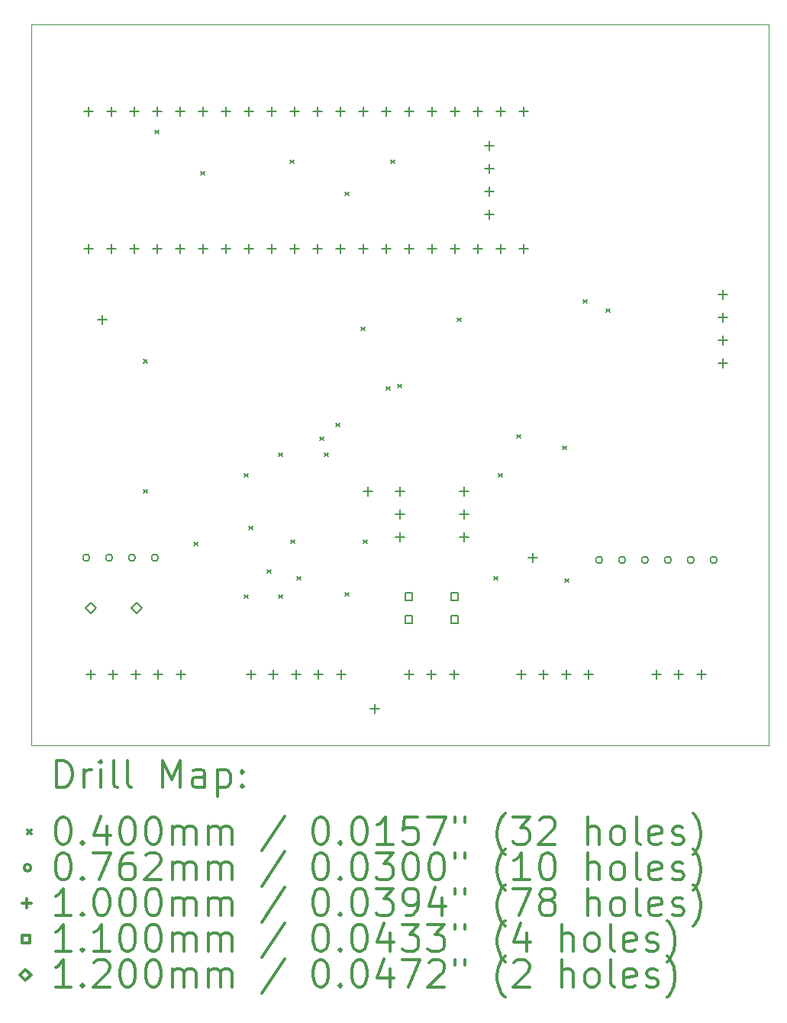
<source format=gbr>
%FSLAX45Y45*%
G04 Gerber Fmt 4.5, Leading zero omitted, Abs format (unit mm)*
G04 Created by KiCad (PCBNEW (5.1.10)-1) date 2021-11-13 18:45:40*
%MOMM*%
%LPD*%
G01*
G04 APERTURE LIST*
%TA.AperFunction,Profile*%
%ADD10C,0.050000*%
%TD*%
%ADD11C,0.200000*%
%ADD12C,0.300000*%
G04 APERTURE END LIST*
D10*
X5842000Y-4445000D02*
X14020800Y-4445000D01*
X5842000Y-12446000D02*
X5842000Y-4445000D01*
X14020800Y-12446000D02*
X14020800Y-4445000D01*
X5842000Y-12446000D02*
X14020800Y-12446000D01*
D11*
X7092000Y-8161900D02*
X7132000Y-8201900D01*
X7132000Y-8161900D02*
X7092000Y-8201900D01*
X7092000Y-9606600D02*
X7132000Y-9646600D01*
X7132000Y-9606600D02*
X7092000Y-9646600D01*
X7219000Y-5618800D02*
X7259000Y-5658800D01*
X7259000Y-5618800D02*
X7219000Y-5658800D01*
X7650800Y-10190800D02*
X7690800Y-10230800D01*
X7690800Y-10190800D02*
X7650800Y-10230800D01*
X7727000Y-6076000D02*
X7767000Y-6116000D01*
X7767000Y-6076000D02*
X7727000Y-6116000D01*
X8209600Y-9428800D02*
X8249600Y-9468800D01*
X8249600Y-9428800D02*
X8209600Y-9468800D01*
X8209600Y-10775000D02*
X8249600Y-10815000D01*
X8249600Y-10775000D02*
X8209600Y-10815000D01*
X8260400Y-10013000D02*
X8300400Y-10053000D01*
X8300400Y-10013000D02*
X8260400Y-10053000D01*
X8463600Y-10495600D02*
X8503600Y-10535600D01*
X8503600Y-10495600D02*
X8463600Y-10535600D01*
X8590600Y-9200200D02*
X8630600Y-9240200D01*
X8630600Y-9200200D02*
X8590600Y-9240200D01*
X8590600Y-10775000D02*
X8630600Y-10815000D01*
X8630600Y-10775000D02*
X8590600Y-10815000D01*
X8717600Y-5949000D02*
X8757600Y-5989000D01*
X8757600Y-5949000D02*
X8717600Y-5989000D01*
X8721299Y-10165400D02*
X8761299Y-10205400D01*
X8761299Y-10165400D02*
X8721299Y-10205400D01*
X8793800Y-10571800D02*
X8833800Y-10611800D01*
X8833800Y-10571800D02*
X8793800Y-10611800D01*
X9047800Y-9022400D02*
X9087800Y-9062400D01*
X9087800Y-9022400D02*
X9047800Y-9062400D01*
X9098600Y-9200200D02*
X9138600Y-9240200D01*
X9138600Y-9200200D02*
X9098600Y-9240200D01*
X9225600Y-8870000D02*
X9265600Y-8910000D01*
X9265600Y-8870000D02*
X9225600Y-8910000D01*
X9327200Y-6304600D02*
X9367200Y-6344600D01*
X9367200Y-6304600D02*
X9327200Y-6344600D01*
X9327200Y-10749600D02*
X9367200Y-10789600D01*
X9367200Y-10749600D02*
X9327200Y-10789600D01*
X9505000Y-7803200D02*
X9545000Y-7843200D01*
X9545000Y-7803200D02*
X9505000Y-7843200D01*
X9530400Y-10165400D02*
X9570400Y-10205400D01*
X9570400Y-10165400D02*
X9530400Y-10205400D01*
X9784400Y-8463600D02*
X9824400Y-8503600D01*
X9824400Y-8463600D02*
X9784400Y-8503600D01*
X9835200Y-5949000D02*
X9875200Y-5989000D01*
X9875200Y-5949000D02*
X9835200Y-5989000D01*
X9911400Y-8438200D02*
X9951400Y-8478200D01*
X9951400Y-8438200D02*
X9911400Y-8478200D01*
X10571800Y-7701600D02*
X10611800Y-7741600D01*
X10611800Y-7701600D02*
X10571800Y-7741600D01*
X10978200Y-10571800D02*
X11018200Y-10611800D01*
X11018200Y-10571800D02*
X10978200Y-10611800D01*
X11029000Y-9428800D02*
X11069000Y-9468800D01*
X11069000Y-9428800D02*
X11029000Y-9468800D01*
X11232200Y-8997000D02*
X11272200Y-9037000D01*
X11272200Y-8997000D02*
X11232200Y-9037000D01*
X11740200Y-9124000D02*
X11780200Y-9164000D01*
X11780200Y-9124000D02*
X11740200Y-9164000D01*
X11765600Y-10597200D02*
X11805600Y-10637200D01*
X11805600Y-10597200D02*
X11765600Y-10637200D01*
X11968800Y-7498400D02*
X12008800Y-7538400D01*
X12008800Y-7498400D02*
X11968800Y-7538400D01*
X12222800Y-7600000D02*
X12262800Y-7640000D01*
X12262800Y-7600000D02*
X12222800Y-7640000D01*
X6489700Y-10363200D02*
G75*
G03*
X6489700Y-10363200I-38100J0D01*
G01*
X6743700Y-10363200D02*
G75*
G03*
X6743700Y-10363200I-38100J0D01*
G01*
X6997700Y-10363200D02*
G75*
G03*
X6997700Y-10363200I-38100J0D01*
G01*
X7251700Y-10363200D02*
G75*
G03*
X7251700Y-10363200I-38100J0D01*
G01*
X12179300Y-10388600D02*
G75*
G03*
X12179300Y-10388600I-38100J0D01*
G01*
X12433300Y-10388600D02*
G75*
G03*
X12433300Y-10388600I-38100J0D01*
G01*
X12687300Y-10388600D02*
G75*
G03*
X12687300Y-10388600I-38100J0D01*
G01*
X12941300Y-10388600D02*
G75*
G03*
X12941300Y-10388600I-38100J0D01*
G01*
X13195300Y-10388600D02*
G75*
G03*
X13195300Y-10388600I-38100J0D01*
G01*
X13449300Y-10388600D02*
G75*
G03*
X13449300Y-10388600I-38100J0D01*
G01*
X6477000Y-5360200D02*
X6477000Y-5460200D01*
X6427000Y-5410200D02*
X6527000Y-5410200D01*
X6477000Y-6884200D02*
X6477000Y-6984200D01*
X6427000Y-6934200D02*
X6527000Y-6934200D01*
X6502400Y-11608600D02*
X6502400Y-11708600D01*
X6452400Y-11658600D02*
X6552400Y-11658600D01*
X6629400Y-7671600D02*
X6629400Y-7771600D01*
X6579400Y-7721600D02*
X6679400Y-7721600D01*
X6731000Y-5360200D02*
X6731000Y-5460200D01*
X6681000Y-5410200D02*
X6781000Y-5410200D01*
X6731000Y-6884200D02*
X6731000Y-6984200D01*
X6681000Y-6934200D02*
X6781000Y-6934200D01*
X6752400Y-11608600D02*
X6752400Y-11708600D01*
X6702400Y-11658600D02*
X6802400Y-11658600D01*
X6985000Y-5360200D02*
X6985000Y-5460200D01*
X6935000Y-5410200D02*
X7035000Y-5410200D01*
X6985000Y-6884200D02*
X6985000Y-6984200D01*
X6935000Y-6934200D02*
X7035000Y-6934200D01*
X7002400Y-11608600D02*
X7002400Y-11708600D01*
X6952400Y-11658600D02*
X7052400Y-11658600D01*
X7239000Y-5360200D02*
X7239000Y-5460200D01*
X7189000Y-5410200D02*
X7289000Y-5410200D01*
X7239000Y-6884200D02*
X7239000Y-6984200D01*
X7189000Y-6934200D02*
X7289000Y-6934200D01*
X7252400Y-11608600D02*
X7252400Y-11708600D01*
X7202400Y-11658600D02*
X7302400Y-11658600D01*
X7493000Y-5360200D02*
X7493000Y-5460200D01*
X7443000Y-5410200D02*
X7543000Y-5410200D01*
X7493000Y-6884200D02*
X7493000Y-6984200D01*
X7443000Y-6934200D02*
X7543000Y-6934200D01*
X7502400Y-11608600D02*
X7502400Y-11708600D01*
X7452400Y-11658600D02*
X7552400Y-11658600D01*
X7747000Y-5360200D02*
X7747000Y-5460200D01*
X7697000Y-5410200D02*
X7797000Y-5410200D01*
X7747000Y-6884200D02*
X7747000Y-6984200D01*
X7697000Y-6934200D02*
X7797000Y-6934200D01*
X8001000Y-5360200D02*
X8001000Y-5460200D01*
X7951000Y-5410200D02*
X8051000Y-5410200D01*
X8001000Y-6884200D02*
X8001000Y-6984200D01*
X7951000Y-6934200D02*
X8051000Y-6934200D01*
X8255000Y-5360200D02*
X8255000Y-5460200D01*
X8205000Y-5410200D02*
X8305000Y-5410200D01*
X8255000Y-6884200D02*
X8255000Y-6984200D01*
X8205000Y-6934200D02*
X8305000Y-6934200D01*
X8280400Y-11608600D02*
X8280400Y-11708600D01*
X8230400Y-11658600D02*
X8330400Y-11658600D01*
X8509000Y-5360200D02*
X8509000Y-5460200D01*
X8459000Y-5410200D02*
X8559000Y-5410200D01*
X8509000Y-6884200D02*
X8509000Y-6984200D01*
X8459000Y-6934200D02*
X8559000Y-6934200D01*
X8530400Y-11608600D02*
X8530400Y-11708600D01*
X8480400Y-11658600D02*
X8580400Y-11658600D01*
X8763000Y-5360200D02*
X8763000Y-5460200D01*
X8713000Y-5410200D02*
X8813000Y-5410200D01*
X8763000Y-6884200D02*
X8763000Y-6984200D01*
X8713000Y-6934200D02*
X8813000Y-6934200D01*
X8780400Y-11608600D02*
X8780400Y-11708600D01*
X8730400Y-11658600D02*
X8830400Y-11658600D01*
X9017000Y-5360200D02*
X9017000Y-5460200D01*
X8967000Y-5410200D02*
X9067000Y-5410200D01*
X9017000Y-6884200D02*
X9017000Y-6984200D01*
X8967000Y-6934200D02*
X9067000Y-6934200D01*
X9030400Y-11608600D02*
X9030400Y-11708600D01*
X8980400Y-11658600D02*
X9080400Y-11658600D01*
X9271000Y-5360200D02*
X9271000Y-5460200D01*
X9221000Y-5410200D02*
X9321000Y-5410200D01*
X9271000Y-6884200D02*
X9271000Y-6984200D01*
X9221000Y-6934200D02*
X9321000Y-6934200D01*
X9280400Y-11608600D02*
X9280400Y-11708600D01*
X9230400Y-11658600D02*
X9330400Y-11658600D01*
X9525000Y-5360200D02*
X9525000Y-5460200D01*
X9475000Y-5410200D02*
X9575000Y-5410200D01*
X9525000Y-6884200D02*
X9525000Y-6984200D01*
X9475000Y-6934200D02*
X9575000Y-6934200D01*
X9575800Y-9576600D02*
X9575800Y-9676600D01*
X9525800Y-9626600D02*
X9625800Y-9626600D01*
X9652000Y-11989600D02*
X9652000Y-12089600D01*
X9602000Y-12039600D02*
X9702000Y-12039600D01*
X9779000Y-5360200D02*
X9779000Y-5460200D01*
X9729000Y-5410200D02*
X9829000Y-5410200D01*
X9779000Y-6884200D02*
X9779000Y-6984200D01*
X9729000Y-6934200D02*
X9829000Y-6934200D01*
X9931400Y-9576600D02*
X9931400Y-9676600D01*
X9881400Y-9626600D02*
X9981400Y-9626600D01*
X9931400Y-9830600D02*
X9931400Y-9930600D01*
X9881400Y-9880600D02*
X9981400Y-9880600D01*
X9931400Y-10084600D02*
X9931400Y-10184600D01*
X9881400Y-10134600D02*
X9981400Y-10134600D01*
X10033000Y-5360200D02*
X10033000Y-5460200D01*
X9983000Y-5410200D02*
X10083000Y-5410200D01*
X10033000Y-6884200D02*
X10033000Y-6984200D01*
X9983000Y-6934200D02*
X10083000Y-6934200D01*
X10033000Y-11608600D02*
X10033000Y-11708600D01*
X9983000Y-11658600D02*
X10083000Y-11658600D01*
X10283000Y-11608600D02*
X10283000Y-11708600D01*
X10233000Y-11658600D02*
X10333000Y-11658600D01*
X10287000Y-5360200D02*
X10287000Y-5460200D01*
X10237000Y-5410200D02*
X10337000Y-5410200D01*
X10287000Y-6884200D02*
X10287000Y-6984200D01*
X10237000Y-6934200D02*
X10337000Y-6934200D01*
X10533000Y-11608600D02*
X10533000Y-11708600D01*
X10483000Y-11658600D02*
X10583000Y-11658600D01*
X10541000Y-5360200D02*
X10541000Y-5460200D01*
X10491000Y-5410200D02*
X10591000Y-5410200D01*
X10541000Y-6884200D02*
X10541000Y-6984200D01*
X10491000Y-6934200D02*
X10591000Y-6934200D01*
X10642600Y-9576600D02*
X10642600Y-9676600D01*
X10592600Y-9626600D02*
X10692600Y-9626600D01*
X10642600Y-9830600D02*
X10642600Y-9930600D01*
X10592600Y-9880600D02*
X10692600Y-9880600D01*
X10642600Y-10084600D02*
X10642600Y-10184600D01*
X10592600Y-10134600D02*
X10692600Y-10134600D01*
X10795000Y-5360200D02*
X10795000Y-5460200D01*
X10745000Y-5410200D02*
X10845000Y-5410200D01*
X10795000Y-6884200D02*
X10795000Y-6984200D01*
X10745000Y-6934200D02*
X10845000Y-6934200D01*
X10922000Y-5741200D02*
X10922000Y-5841200D01*
X10872000Y-5791200D02*
X10972000Y-5791200D01*
X10922000Y-5995200D02*
X10922000Y-6095200D01*
X10872000Y-6045200D02*
X10972000Y-6045200D01*
X10922000Y-6249200D02*
X10922000Y-6349200D01*
X10872000Y-6299200D02*
X10972000Y-6299200D01*
X10922000Y-6503200D02*
X10922000Y-6603200D01*
X10872000Y-6553200D02*
X10972000Y-6553200D01*
X11049000Y-5360200D02*
X11049000Y-5460200D01*
X10999000Y-5410200D02*
X11099000Y-5410200D01*
X11049000Y-6884200D02*
X11049000Y-6984200D01*
X10999000Y-6934200D02*
X11099000Y-6934200D01*
X11277600Y-11608600D02*
X11277600Y-11708600D01*
X11227600Y-11658600D02*
X11327600Y-11658600D01*
X11303000Y-5360200D02*
X11303000Y-5460200D01*
X11253000Y-5410200D02*
X11353000Y-5410200D01*
X11303000Y-6884200D02*
X11303000Y-6984200D01*
X11253000Y-6934200D02*
X11353000Y-6934200D01*
X11404600Y-10313200D02*
X11404600Y-10413200D01*
X11354600Y-10363200D02*
X11454600Y-10363200D01*
X11527600Y-11608600D02*
X11527600Y-11708600D01*
X11477600Y-11658600D02*
X11577600Y-11658600D01*
X11777600Y-11608600D02*
X11777600Y-11708600D01*
X11727600Y-11658600D02*
X11827600Y-11658600D01*
X12027600Y-11608600D02*
X12027600Y-11708600D01*
X11977600Y-11658600D02*
X12077600Y-11658600D01*
X12776200Y-11608600D02*
X12776200Y-11708600D01*
X12726200Y-11658600D02*
X12826200Y-11658600D01*
X13026200Y-11608600D02*
X13026200Y-11708600D01*
X12976200Y-11658600D02*
X13076200Y-11658600D01*
X13276200Y-11608600D02*
X13276200Y-11708600D01*
X13226200Y-11658600D02*
X13326200Y-11658600D01*
X13512800Y-7392200D02*
X13512800Y-7492200D01*
X13462800Y-7442200D02*
X13562800Y-7442200D01*
X13512800Y-7646200D02*
X13512800Y-7746200D01*
X13462800Y-7696200D02*
X13562800Y-7696200D01*
X13512800Y-7900200D02*
X13512800Y-8000200D01*
X13462800Y-7950200D02*
X13562800Y-7950200D01*
X13512800Y-8154200D02*
X13512800Y-8254200D01*
X13462800Y-8204200D02*
X13562800Y-8204200D01*
X10071891Y-10833891D02*
X10071891Y-10756109D01*
X9994109Y-10756109D01*
X9994109Y-10833891D01*
X10071891Y-10833891D01*
X10071891Y-11087891D02*
X10071891Y-11010109D01*
X9994109Y-11010109D01*
X9994109Y-11087891D01*
X10071891Y-11087891D01*
X10579891Y-10833891D02*
X10579891Y-10756109D01*
X10502109Y-10756109D01*
X10502109Y-10833891D01*
X10579891Y-10833891D01*
X10579891Y-11087891D02*
X10579891Y-11010109D01*
X10502109Y-11010109D01*
X10502109Y-11087891D01*
X10579891Y-11087891D01*
X6502400Y-10982000D02*
X6562400Y-10922000D01*
X6502400Y-10862000D01*
X6442400Y-10922000D01*
X6502400Y-10982000D01*
X7010400Y-10982000D02*
X7070400Y-10922000D01*
X7010400Y-10862000D01*
X6950400Y-10922000D01*
X7010400Y-10982000D01*
D12*
X6125928Y-12914214D02*
X6125928Y-12614214D01*
X6197357Y-12614214D01*
X6240214Y-12628500D01*
X6268786Y-12657071D01*
X6283071Y-12685643D01*
X6297357Y-12742786D01*
X6297357Y-12785643D01*
X6283071Y-12842786D01*
X6268786Y-12871357D01*
X6240214Y-12899929D01*
X6197357Y-12914214D01*
X6125928Y-12914214D01*
X6425928Y-12914214D02*
X6425928Y-12714214D01*
X6425928Y-12771357D02*
X6440214Y-12742786D01*
X6454500Y-12728500D01*
X6483071Y-12714214D01*
X6511643Y-12714214D01*
X6611643Y-12914214D02*
X6611643Y-12714214D01*
X6611643Y-12614214D02*
X6597357Y-12628500D01*
X6611643Y-12642786D01*
X6625928Y-12628500D01*
X6611643Y-12614214D01*
X6611643Y-12642786D01*
X6797357Y-12914214D02*
X6768786Y-12899929D01*
X6754500Y-12871357D01*
X6754500Y-12614214D01*
X6954500Y-12914214D02*
X6925928Y-12899929D01*
X6911643Y-12871357D01*
X6911643Y-12614214D01*
X7297357Y-12914214D02*
X7297357Y-12614214D01*
X7397357Y-12828500D01*
X7497357Y-12614214D01*
X7497357Y-12914214D01*
X7768786Y-12914214D02*
X7768786Y-12757071D01*
X7754500Y-12728500D01*
X7725928Y-12714214D01*
X7668786Y-12714214D01*
X7640214Y-12728500D01*
X7768786Y-12899929D02*
X7740214Y-12914214D01*
X7668786Y-12914214D01*
X7640214Y-12899929D01*
X7625928Y-12871357D01*
X7625928Y-12842786D01*
X7640214Y-12814214D01*
X7668786Y-12799929D01*
X7740214Y-12799929D01*
X7768786Y-12785643D01*
X7911643Y-12714214D02*
X7911643Y-13014214D01*
X7911643Y-12728500D02*
X7940214Y-12714214D01*
X7997357Y-12714214D01*
X8025928Y-12728500D01*
X8040214Y-12742786D01*
X8054500Y-12771357D01*
X8054500Y-12857071D01*
X8040214Y-12885643D01*
X8025928Y-12899929D01*
X7997357Y-12914214D01*
X7940214Y-12914214D01*
X7911643Y-12899929D01*
X8183071Y-12885643D02*
X8197357Y-12899929D01*
X8183071Y-12914214D01*
X8168786Y-12899929D01*
X8183071Y-12885643D01*
X8183071Y-12914214D01*
X8183071Y-12728500D02*
X8197357Y-12742786D01*
X8183071Y-12757071D01*
X8168786Y-12742786D01*
X8183071Y-12728500D01*
X8183071Y-12757071D01*
X5799500Y-13388500D02*
X5839500Y-13428500D01*
X5839500Y-13388500D02*
X5799500Y-13428500D01*
X6183071Y-13244214D02*
X6211643Y-13244214D01*
X6240214Y-13258500D01*
X6254500Y-13272786D01*
X6268786Y-13301357D01*
X6283071Y-13358500D01*
X6283071Y-13429929D01*
X6268786Y-13487071D01*
X6254500Y-13515643D01*
X6240214Y-13529929D01*
X6211643Y-13544214D01*
X6183071Y-13544214D01*
X6154500Y-13529929D01*
X6140214Y-13515643D01*
X6125928Y-13487071D01*
X6111643Y-13429929D01*
X6111643Y-13358500D01*
X6125928Y-13301357D01*
X6140214Y-13272786D01*
X6154500Y-13258500D01*
X6183071Y-13244214D01*
X6411643Y-13515643D02*
X6425928Y-13529929D01*
X6411643Y-13544214D01*
X6397357Y-13529929D01*
X6411643Y-13515643D01*
X6411643Y-13544214D01*
X6683071Y-13344214D02*
X6683071Y-13544214D01*
X6611643Y-13229929D02*
X6540214Y-13444214D01*
X6725928Y-13444214D01*
X6897357Y-13244214D02*
X6925928Y-13244214D01*
X6954500Y-13258500D01*
X6968786Y-13272786D01*
X6983071Y-13301357D01*
X6997357Y-13358500D01*
X6997357Y-13429929D01*
X6983071Y-13487071D01*
X6968786Y-13515643D01*
X6954500Y-13529929D01*
X6925928Y-13544214D01*
X6897357Y-13544214D01*
X6868786Y-13529929D01*
X6854500Y-13515643D01*
X6840214Y-13487071D01*
X6825928Y-13429929D01*
X6825928Y-13358500D01*
X6840214Y-13301357D01*
X6854500Y-13272786D01*
X6868786Y-13258500D01*
X6897357Y-13244214D01*
X7183071Y-13244214D02*
X7211643Y-13244214D01*
X7240214Y-13258500D01*
X7254500Y-13272786D01*
X7268786Y-13301357D01*
X7283071Y-13358500D01*
X7283071Y-13429929D01*
X7268786Y-13487071D01*
X7254500Y-13515643D01*
X7240214Y-13529929D01*
X7211643Y-13544214D01*
X7183071Y-13544214D01*
X7154500Y-13529929D01*
X7140214Y-13515643D01*
X7125928Y-13487071D01*
X7111643Y-13429929D01*
X7111643Y-13358500D01*
X7125928Y-13301357D01*
X7140214Y-13272786D01*
X7154500Y-13258500D01*
X7183071Y-13244214D01*
X7411643Y-13544214D02*
X7411643Y-13344214D01*
X7411643Y-13372786D02*
X7425928Y-13358500D01*
X7454500Y-13344214D01*
X7497357Y-13344214D01*
X7525928Y-13358500D01*
X7540214Y-13387071D01*
X7540214Y-13544214D01*
X7540214Y-13387071D02*
X7554500Y-13358500D01*
X7583071Y-13344214D01*
X7625928Y-13344214D01*
X7654500Y-13358500D01*
X7668786Y-13387071D01*
X7668786Y-13544214D01*
X7811643Y-13544214D02*
X7811643Y-13344214D01*
X7811643Y-13372786D02*
X7825928Y-13358500D01*
X7854500Y-13344214D01*
X7897357Y-13344214D01*
X7925928Y-13358500D01*
X7940214Y-13387071D01*
X7940214Y-13544214D01*
X7940214Y-13387071D02*
X7954500Y-13358500D01*
X7983071Y-13344214D01*
X8025928Y-13344214D01*
X8054500Y-13358500D01*
X8068786Y-13387071D01*
X8068786Y-13544214D01*
X8654500Y-13229929D02*
X8397357Y-13615643D01*
X9040214Y-13244214D02*
X9068786Y-13244214D01*
X9097357Y-13258500D01*
X9111643Y-13272786D01*
X9125928Y-13301357D01*
X9140214Y-13358500D01*
X9140214Y-13429929D01*
X9125928Y-13487071D01*
X9111643Y-13515643D01*
X9097357Y-13529929D01*
X9068786Y-13544214D01*
X9040214Y-13544214D01*
X9011643Y-13529929D01*
X8997357Y-13515643D01*
X8983071Y-13487071D01*
X8968786Y-13429929D01*
X8968786Y-13358500D01*
X8983071Y-13301357D01*
X8997357Y-13272786D01*
X9011643Y-13258500D01*
X9040214Y-13244214D01*
X9268786Y-13515643D02*
X9283071Y-13529929D01*
X9268786Y-13544214D01*
X9254500Y-13529929D01*
X9268786Y-13515643D01*
X9268786Y-13544214D01*
X9468786Y-13244214D02*
X9497357Y-13244214D01*
X9525928Y-13258500D01*
X9540214Y-13272786D01*
X9554500Y-13301357D01*
X9568786Y-13358500D01*
X9568786Y-13429929D01*
X9554500Y-13487071D01*
X9540214Y-13515643D01*
X9525928Y-13529929D01*
X9497357Y-13544214D01*
X9468786Y-13544214D01*
X9440214Y-13529929D01*
X9425928Y-13515643D01*
X9411643Y-13487071D01*
X9397357Y-13429929D01*
X9397357Y-13358500D01*
X9411643Y-13301357D01*
X9425928Y-13272786D01*
X9440214Y-13258500D01*
X9468786Y-13244214D01*
X9854500Y-13544214D02*
X9683071Y-13544214D01*
X9768786Y-13544214D02*
X9768786Y-13244214D01*
X9740214Y-13287071D01*
X9711643Y-13315643D01*
X9683071Y-13329929D01*
X10125928Y-13244214D02*
X9983071Y-13244214D01*
X9968786Y-13387071D01*
X9983071Y-13372786D01*
X10011643Y-13358500D01*
X10083071Y-13358500D01*
X10111643Y-13372786D01*
X10125928Y-13387071D01*
X10140214Y-13415643D01*
X10140214Y-13487071D01*
X10125928Y-13515643D01*
X10111643Y-13529929D01*
X10083071Y-13544214D01*
X10011643Y-13544214D01*
X9983071Y-13529929D01*
X9968786Y-13515643D01*
X10240214Y-13244214D02*
X10440214Y-13244214D01*
X10311643Y-13544214D01*
X10540214Y-13244214D02*
X10540214Y-13301357D01*
X10654500Y-13244214D02*
X10654500Y-13301357D01*
X11097357Y-13658500D02*
X11083071Y-13644214D01*
X11054500Y-13601357D01*
X11040214Y-13572786D01*
X11025928Y-13529929D01*
X11011643Y-13458500D01*
X11011643Y-13401357D01*
X11025928Y-13329929D01*
X11040214Y-13287071D01*
X11054500Y-13258500D01*
X11083071Y-13215643D01*
X11097357Y-13201357D01*
X11183071Y-13244214D02*
X11368786Y-13244214D01*
X11268786Y-13358500D01*
X11311643Y-13358500D01*
X11340214Y-13372786D01*
X11354500Y-13387071D01*
X11368786Y-13415643D01*
X11368786Y-13487071D01*
X11354500Y-13515643D01*
X11340214Y-13529929D01*
X11311643Y-13544214D01*
X11225928Y-13544214D01*
X11197357Y-13529929D01*
X11183071Y-13515643D01*
X11483071Y-13272786D02*
X11497357Y-13258500D01*
X11525928Y-13244214D01*
X11597357Y-13244214D01*
X11625928Y-13258500D01*
X11640214Y-13272786D01*
X11654500Y-13301357D01*
X11654500Y-13329929D01*
X11640214Y-13372786D01*
X11468786Y-13544214D01*
X11654500Y-13544214D01*
X12011643Y-13544214D02*
X12011643Y-13244214D01*
X12140214Y-13544214D02*
X12140214Y-13387071D01*
X12125928Y-13358500D01*
X12097357Y-13344214D01*
X12054500Y-13344214D01*
X12025928Y-13358500D01*
X12011643Y-13372786D01*
X12325928Y-13544214D02*
X12297357Y-13529929D01*
X12283071Y-13515643D01*
X12268786Y-13487071D01*
X12268786Y-13401357D01*
X12283071Y-13372786D01*
X12297357Y-13358500D01*
X12325928Y-13344214D01*
X12368786Y-13344214D01*
X12397357Y-13358500D01*
X12411643Y-13372786D01*
X12425928Y-13401357D01*
X12425928Y-13487071D01*
X12411643Y-13515643D01*
X12397357Y-13529929D01*
X12368786Y-13544214D01*
X12325928Y-13544214D01*
X12597357Y-13544214D02*
X12568786Y-13529929D01*
X12554500Y-13501357D01*
X12554500Y-13244214D01*
X12825928Y-13529929D02*
X12797357Y-13544214D01*
X12740214Y-13544214D01*
X12711643Y-13529929D01*
X12697357Y-13501357D01*
X12697357Y-13387071D01*
X12711643Y-13358500D01*
X12740214Y-13344214D01*
X12797357Y-13344214D01*
X12825928Y-13358500D01*
X12840214Y-13387071D01*
X12840214Y-13415643D01*
X12697357Y-13444214D01*
X12954500Y-13529929D02*
X12983071Y-13544214D01*
X13040214Y-13544214D01*
X13068786Y-13529929D01*
X13083071Y-13501357D01*
X13083071Y-13487071D01*
X13068786Y-13458500D01*
X13040214Y-13444214D01*
X12997357Y-13444214D01*
X12968786Y-13429929D01*
X12954500Y-13401357D01*
X12954500Y-13387071D01*
X12968786Y-13358500D01*
X12997357Y-13344214D01*
X13040214Y-13344214D01*
X13068786Y-13358500D01*
X13183071Y-13658500D02*
X13197357Y-13644214D01*
X13225928Y-13601357D01*
X13240214Y-13572786D01*
X13254500Y-13529929D01*
X13268786Y-13458500D01*
X13268786Y-13401357D01*
X13254500Y-13329929D01*
X13240214Y-13287071D01*
X13225928Y-13258500D01*
X13197357Y-13215643D01*
X13183071Y-13201357D01*
X5839500Y-13804500D02*
G75*
G03*
X5839500Y-13804500I-38100J0D01*
G01*
X6183071Y-13640214D02*
X6211643Y-13640214D01*
X6240214Y-13654500D01*
X6254500Y-13668786D01*
X6268786Y-13697357D01*
X6283071Y-13754500D01*
X6283071Y-13825929D01*
X6268786Y-13883071D01*
X6254500Y-13911643D01*
X6240214Y-13925929D01*
X6211643Y-13940214D01*
X6183071Y-13940214D01*
X6154500Y-13925929D01*
X6140214Y-13911643D01*
X6125928Y-13883071D01*
X6111643Y-13825929D01*
X6111643Y-13754500D01*
X6125928Y-13697357D01*
X6140214Y-13668786D01*
X6154500Y-13654500D01*
X6183071Y-13640214D01*
X6411643Y-13911643D02*
X6425928Y-13925929D01*
X6411643Y-13940214D01*
X6397357Y-13925929D01*
X6411643Y-13911643D01*
X6411643Y-13940214D01*
X6525928Y-13640214D02*
X6725928Y-13640214D01*
X6597357Y-13940214D01*
X6968786Y-13640214D02*
X6911643Y-13640214D01*
X6883071Y-13654500D01*
X6868786Y-13668786D01*
X6840214Y-13711643D01*
X6825928Y-13768786D01*
X6825928Y-13883071D01*
X6840214Y-13911643D01*
X6854500Y-13925929D01*
X6883071Y-13940214D01*
X6940214Y-13940214D01*
X6968786Y-13925929D01*
X6983071Y-13911643D01*
X6997357Y-13883071D01*
X6997357Y-13811643D01*
X6983071Y-13783071D01*
X6968786Y-13768786D01*
X6940214Y-13754500D01*
X6883071Y-13754500D01*
X6854500Y-13768786D01*
X6840214Y-13783071D01*
X6825928Y-13811643D01*
X7111643Y-13668786D02*
X7125928Y-13654500D01*
X7154500Y-13640214D01*
X7225928Y-13640214D01*
X7254500Y-13654500D01*
X7268786Y-13668786D01*
X7283071Y-13697357D01*
X7283071Y-13725929D01*
X7268786Y-13768786D01*
X7097357Y-13940214D01*
X7283071Y-13940214D01*
X7411643Y-13940214D02*
X7411643Y-13740214D01*
X7411643Y-13768786D02*
X7425928Y-13754500D01*
X7454500Y-13740214D01*
X7497357Y-13740214D01*
X7525928Y-13754500D01*
X7540214Y-13783071D01*
X7540214Y-13940214D01*
X7540214Y-13783071D02*
X7554500Y-13754500D01*
X7583071Y-13740214D01*
X7625928Y-13740214D01*
X7654500Y-13754500D01*
X7668786Y-13783071D01*
X7668786Y-13940214D01*
X7811643Y-13940214D02*
X7811643Y-13740214D01*
X7811643Y-13768786D02*
X7825928Y-13754500D01*
X7854500Y-13740214D01*
X7897357Y-13740214D01*
X7925928Y-13754500D01*
X7940214Y-13783071D01*
X7940214Y-13940214D01*
X7940214Y-13783071D02*
X7954500Y-13754500D01*
X7983071Y-13740214D01*
X8025928Y-13740214D01*
X8054500Y-13754500D01*
X8068786Y-13783071D01*
X8068786Y-13940214D01*
X8654500Y-13625929D02*
X8397357Y-14011643D01*
X9040214Y-13640214D02*
X9068786Y-13640214D01*
X9097357Y-13654500D01*
X9111643Y-13668786D01*
X9125928Y-13697357D01*
X9140214Y-13754500D01*
X9140214Y-13825929D01*
X9125928Y-13883071D01*
X9111643Y-13911643D01*
X9097357Y-13925929D01*
X9068786Y-13940214D01*
X9040214Y-13940214D01*
X9011643Y-13925929D01*
X8997357Y-13911643D01*
X8983071Y-13883071D01*
X8968786Y-13825929D01*
X8968786Y-13754500D01*
X8983071Y-13697357D01*
X8997357Y-13668786D01*
X9011643Y-13654500D01*
X9040214Y-13640214D01*
X9268786Y-13911643D02*
X9283071Y-13925929D01*
X9268786Y-13940214D01*
X9254500Y-13925929D01*
X9268786Y-13911643D01*
X9268786Y-13940214D01*
X9468786Y-13640214D02*
X9497357Y-13640214D01*
X9525928Y-13654500D01*
X9540214Y-13668786D01*
X9554500Y-13697357D01*
X9568786Y-13754500D01*
X9568786Y-13825929D01*
X9554500Y-13883071D01*
X9540214Y-13911643D01*
X9525928Y-13925929D01*
X9497357Y-13940214D01*
X9468786Y-13940214D01*
X9440214Y-13925929D01*
X9425928Y-13911643D01*
X9411643Y-13883071D01*
X9397357Y-13825929D01*
X9397357Y-13754500D01*
X9411643Y-13697357D01*
X9425928Y-13668786D01*
X9440214Y-13654500D01*
X9468786Y-13640214D01*
X9668786Y-13640214D02*
X9854500Y-13640214D01*
X9754500Y-13754500D01*
X9797357Y-13754500D01*
X9825928Y-13768786D01*
X9840214Y-13783071D01*
X9854500Y-13811643D01*
X9854500Y-13883071D01*
X9840214Y-13911643D01*
X9825928Y-13925929D01*
X9797357Y-13940214D01*
X9711643Y-13940214D01*
X9683071Y-13925929D01*
X9668786Y-13911643D01*
X10040214Y-13640214D02*
X10068786Y-13640214D01*
X10097357Y-13654500D01*
X10111643Y-13668786D01*
X10125928Y-13697357D01*
X10140214Y-13754500D01*
X10140214Y-13825929D01*
X10125928Y-13883071D01*
X10111643Y-13911643D01*
X10097357Y-13925929D01*
X10068786Y-13940214D01*
X10040214Y-13940214D01*
X10011643Y-13925929D01*
X9997357Y-13911643D01*
X9983071Y-13883071D01*
X9968786Y-13825929D01*
X9968786Y-13754500D01*
X9983071Y-13697357D01*
X9997357Y-13668786D01*
X10011643Y-13654500D01*
X10040214Y-13640214D01*
X10325928Y-13640214D02*
X10354500Y-13640214D01*
X10383071Y-13654500D01*
X10397357Y-13668786D01*
X10411643Y-13697357D01*
X10425928Y-13754500D01*
X10425928Y-13825929D01*
X10411643Y-13883071D01*
X10397357Y-13911643D01*
X10383071Y-13925929D01*
X10354500Y-13940214D01*
X10325928Y-13940214D01*
X10297357Y-13925929D01*
X10283071Y-13911643D01*
X10268786Y-13883071D01*
X10254500Y-13825929D01*
X10254500Y-13754500D01*
X10268786Y-13697357D01*
X10283071Y-13668786D01*
X10297357Y-13654500D01*
X10325928Y-13640214D01*
X10540214Y-13640214D02*
X10540214Y-13697357D01*
X10654500Y-13640214D02*
X10654500Y-13697357D01*
X11097357Y-14054500D02*
X11083071Y-14040214D01*
X11054500Y-13997357D01*
X11040214Y-13968786D01*
X11025928Y-13925929D01*
X11011643Y-13854500D01*
X11011643Y-13797357D01*
X11025928Y-13725929D01*
X11040214Y-13683071D01*
X11054500Y-13654500D01*
X11083071Y-13611643D01*
X11097357Y-13597357D01*
X11368786Y-13940214D02*
X11197357Y-13940214D01*
X11283071Y-13940214D02*
X11283071Y-13640214D01*
X11254500Y-13683071D01*
X11225928Y-13711643D01*
X11197357Y-13725929D01*
X11554500Y-13640214D02*
X11583071Y-13640214D01*
X11611643Y-13654500D01*
X11625928Y-13668786D01*
X11640214Y-13697357D01*
X11654500Y-13754500D01*
X11654500Y-13825929D01*
X11640214Y-13883071D01*
X11625928Y-13911643D01*
X11611643Y-13925929D01*
X11583071Y-13940214D01*
X11554500Y-13940214D01*
X11525928Y-13925929D01*
X11511643Y-13911643D01*
X11497357Y-13883071D01*
X11483071Y-13825929D01*
X11483071Y-13754500D01*
X11497357Y-13697357D01*
X11511643Y-13668786D01*
X11525928Y-13654500D01*
X11554500Y-13640214D01*
X12011643Y-13940214D02*
X12011643Y-13640214D01*
X12140214Y-13940214D02*
X12140214Y-13783071D01*
X12125928Y-13754500D01*
X12097357Y-13740214D01*
X12054500Y-13740214D01*
X12025928Y-13754500D01*
X12011643Y-13768786D01*
X12325928Y-13940214D02*
X12297357Y-13925929D01*
X12283071Y-13911643D01*
X12268786Y-13883071D01*
X12268786Y-13797357D01*
X12283071Y-13768786D01*
X12297357Y-13754500D01*
X12325928Y-13740214D01*
X12368786Y-13740214D01*
X12397357Y-13754500D01*
X12411643Y-13768786D01*
X12425928Y-13797357D01*
X12425928Y-13883071D01*
X12411643Y-13911643D01*
X12397357Y-13925929D01*
X12368786Y-13940214D01*
X12325928Y-13940214D01*
X12597357Y-13940214D02*
X12568786Y-13925929D01*
X12554500Y-13897357D01*
X12554500Y-13640214D01*
X12825928Y-13925929D02*
X12797357Y-13940214D01*
X12740214Y-13940214D01*
X12711643Y-13925929D01*
X12697357Y-13897357D01*
X12697357Y-13783071D01*
X12711643Y-13754500D01*
X12740214Y-13740214D01*
X12797357Y-13740214D01*
X12825928Y-13754500D01*
X12840214Y-13783071D01*
X12840214Y-13811643D01*
X12697357Y-13840214D01*
X12954500Y-13925929D02*
X12983071Y-13940214D01*
X13040214Y-13940214D01*
X13068786Y-13925929D01*
X13083071Y-13897357D01*
X13083071Y-13883071D01*
X13068786Y-13854500D01*
X13040214Y-13840214D01*
X12997357Y-13840214D01*
X12968786Y-13825929D01*
X12954500Y-13797357D01*
X12954500Y-13783071D01*
X12968786Y-13754500D01*
X12997357Y-13740214D01*
X13040214Y-13740214D01*
X13068786Y-13754500D01*
X13183071Y-14054500D02*
X13197357Y-14040214D01*
X13225928Y-13997357D01*
X13240214Y-13968786D01*
X13254500Y-13925929D01*
X13268786Y-13854500D01*
X13268786Y-13797357D01*
X13254500Y-13725929D01*
X13240214Y-13683071D01*
X13225928Y-13654500D01*
X13197357Y-13611643D01*
X13183071Y-13597357D01*
X5789500Y-14150500D02*
X5789500Y-14250500D01*
X5739500Y-14200500D02*
X5839500Y-14200500D01*
X6283071Y-14336214D02*
X6111643Y-14336214D01*
X6197357Y-14336214D02*
X6197357Y-14036214D01*
X6168786Y-14079071D01*
X6140214Y-14107643D01*
X6111643Y-14121929D01*
X6411643Y-14307643D02*
X6425928Y-14321929D01*
X6411643Y-14336214D01*
X6397357Y-14321929D01*
X6411643Y-14307643D01*
X6411643Y-14336214D01*
X6611643Y-14036214D02*
X6640214Y-14036214D01*
X6668786Y-14050500D01*
X6683071Y-14064786D01*
X6697357Y-14093357D01*
X6711643Y-14150500D01*
X6711643Y-14221929D01*
X6697357Y-14279071D01*
X6683071Y-14307643D01*
X6668786Y-14321929D01*
X6640214Y-14336214D01*
X6611643Y-14336214D01*
X6583071Y-14321929D01*
X6568786Y-14307643D01*
X6554500Y-14279071D01*
X6540214Y-14221929D01*
X6540214Y-14150500D01*
X6554500Y-14093357D01*
X6568786Y-14064786D01*
X6583071Y-14050500D01*
X6611643Y-14036214D01*
X6897357Y-14036214D02*
X6925928Y-14036214D01*
X6954500Y-14050500D01*
X6968786Y-14064786D01*
X6983071Y-14093357D01*
X6997357Y-14150500D01*
X6997357Y-14221929D01*
X6983071Y-14279071D01*
X6968786Y-14307643D01*
X6954500Y-14321929D01*
X6925928Y-14336214D01*
X6897357Y-14336214D01*
X6868786Y-14321929D01*
X6854500Y-14307643D01*
X6840214Y-14279071D01*
X6825928Y-14221929D01*
X6825928Y-14150500D01*
X6840214Y-14093357D01*
X6854500Y-14064786D01*
X6868786Y-14050500D01*
X6897357Y-14036214D01*
X7183071Y-14036214D02*
X7211643Y-14036214D01*
X7240214Y-14050500D01*
X7254500Y-14064786D01*
X7268786Y-14093357D01*
X7283071Y-14150500D01*
X7283071Y-14221929D01*
X7268786Y-14279071D01*
X7254500Y-14307643D01*
X7240214Y-14321929D01*
X7211643Y-14336214D01*
X7183071Y-14336214D01*
X7154500Y-14321929D01*
X7140214Y-14307643D01*
X7125928Y-14279071D01*
X7111643Y-14221929D01*
X7111643Y-14150500D01*
X7125928Y-14093357D01*
X7140214Y-14064786D01*
X7154500Y-14050500D01*
X7183071Y-14036214D01*
X7411643Y-14336214D02*
X7411643Y-14136214D01*
X7411643Y-14164786D02*
X7425928Y-14150500D01*
X7454500Y-14136214D01*
X7497357Y-14136214D01*
X7525928Y-14150500D01*
X7540214Y-14179071D01*
X7540214Y-14336214D01*
X7540214Y-14179071D02*
X7554500Y-14150500D01*
X7583071Y-14136214D01*
X7625928Y-14136214D01*
X7654500Y-14150500D01*
X7668786Y-14179071D01*
X7668786Y-14336214D01*
X7811643Y-14336214D02*
X7811643Y-14136214D01*
X7811643Y-14164786D02*
X7825928Y-14150500D01*
X7854500Y-14136214D01*
X7897357Y-14136214D01*
X7925928Y-14150500D01*
X7940214Y-14179071D01*
X7940214Y-14336214D01*
X7940214Y-14179071D02*
X7954500Y-14150500D01*
X7983071Y-14136214D01*
X8025928Y-14136214D01*
X8054500Y-14150500D01*
X8068786Y-14179071D01*
X8068786Y-14336214D01*
X8654500Y-14021929D02*
X8397357Y-14407643D01*
X9040214Y-14036214D02*
X9068786Y-14036214D01*
X9097357Y-14050500D01*
X9111643Y-14064786D01*
X9125928Y-14093357D01*
X9140214Y-14150500D01*
X9140214Y-14221929D01*
X9125928Y-14279071D01*
X9111643Y-14307643D01*
X9097357Y-14321929D01*
X9068786Y-14336214D01*
X9040214Y-14336214D01*
X9011643Y-14321929D01*
X8997357Y-14307643D01*
X8983071Y-14279071D01*
X8968786Y-14221929D01*
X8968786Y-14150500D01*
X8983071Y-14093357D01*
X8997357Y-14064786D01*
X9011643Y-14050500D01*
X9040214Y-14036214D01*
X9268786Y-14307643D02*
X9283071Y-14321929D01*
X9268786Y-14336214D01*
X9254500Y-14321929D01*
X9268786Y-14307643D01*
X9268786Y-14336214D01*
X9468786Y-14036214D02*
X9497357Y-14036214D01*
X9525928Y-14050500D01*
X9540214Y-14064786D01*
X9554500Y-14093357D01*
X9568786Y-14150500D01*
X9568786Y-14221929D01*
X9554500Y-14279071D01*
X9540214Y-14307643D01*
X9525928Y-14321929D01*
X9497357Y-14336214D01*
X9468786Y-14336214D01*
X9440214Y-14321929D01*
X9425928Y-14307643D01*
X9411643Y-14279071D01*
X9397357Y-14221929D01*
X9397357Y-14150500D01*
X9411643Y-14093357D01*
X9425928Y-14064786D01*
X9440214Y-14050500D01*
X9468786Y-14036214D01*
X9668786Y-14036214D02*
X9854500Y-14036214D01*
X9754500Y-14150500D01*
X9797357Y-14150500D01*
X9825928Y-14164786D01*
X9840214Y-14179071D01*
X9854500Y-14207643D01*
X9854500Y-14279071D01*
X9840214Y-14307643D01*
X9825928Y-14321929D01*
X9797357Y-14336214D01*
X9711643Y-14336214D01*
X9683071Y-14321929D01*
X9668786Y-14307643D01*
X9997357Y-14336214D02*
X10054500Y-14336214D01*
X10083071Y-14321929D01*
X10097357Y-14307643D01*
X10125928Y-14264786D01*
X10140214Y-14207643D01*
X10140214Y-14093357D01*
X10125928Y-14064786D01*
X10111643Y-14050500D01*
X10083071Y-14036214D01*
X10025928Y-14036214D01*
X9997357Y-14050500D01*
X9983071Y-14064786D01*
X9968786Y-14093357D01*
X9968786Y-14164786D01*
X9983071Y-14193357D01*
X9997357Y-14207643D01*
X10025928Y-14221929D01*
X10083071Y-14221929D01*
X10111643Y-14207643D01*
X10125928Y-14193357D01*
X10140214Y-14164786D01*
X10397357Y-14136214D02*
X10397357Y-14336214D01*
X10325928Y-14021929D02*
X10254500Y-14236214D01*
X10440214Y-14236214D01*
X10540214Y-14036214D02*
X10540214Y-14093357D01*
X10654500Y-14036214D02*
X10654500Y-14093357D01*
X11097357Y-14450500D02*
X11083071Y-14436214D01*
X11054500Y-14393357D01*
X11040214Y-14364786D01*
X11025928Y-14321929D01*
X11011643Y-14250500D01*
X11011643Y-14193357D01*
X11025928Y-14121929D01*
X11040214Y-14079071D01*
X11054500Y-14050500D01*
X11083071Y-14007643D01*
X11097357Y-13993357D01*
X11183071Y-14036214D02*
X11383071Y-14036214D01*
X11254500Y-14336214D01*
X11540214Y-14164786D02*
X11511643Y-14150500D01*
X11497357Y-14136214D01*
X11483071Y-14107643D01*
X11483071Y-14093357D01*
X11497357Y-14064786D01*
X11511643Y-14050500D01*
X11540214Y-14036214D01*
X11597357Y-14036214D01*
X11625928Y-14050500D01*
X11640214Y-14064786D01*
X11654500Y-14093357D01*
X11654500Y-14107643D01*
X11640214Y-14136214D01*
X11625928Y-14150500D01*
X11597357Y-14164786D01*
X11540214Y-14164786D01*
X11511643Y-14179071D01*
X11497357Y-14193357D01*
X11483071Y-14221929D01*
X11483071Y-14279071D01*
X11497357Y-14307643D01*
X11511643Y-14321929D01*
X11540214Y-14336214D01*
X11597357Y-14336214D01*
X11625928Y-14321929D01*
X11640214Y-14307643D01*
X11654500Y-14279071D01*
X11654500Y-14221929D01*
X11640214Y-14193357D01*
X11625928Y-14179071D01*
X11597357Y-14164786D01*
X12011643Y-14336214D02*
X12011643Y-14036214D01*
X12140214Y-14336214D02*
X12140214Y-14179071D01*
X12125928Y-14150500D01*
X12097357Y-14136214D01*
X12054500Y-14136214D01*
X12025928Y-14150500D01*
X12011643Y-14164786D01*
X12325928Y-14336214D02*
X12297357Y-14321929D01*
X12283071Y-14307643D01*
X12268786Y-14279071D01*
X12268786Y-14193357D01*
X12283071Y-14164786D01*
X12297357Y-14150500D01*
X12325928Y-14136214D01*
X12368786Y-14136214D01*
X12397357Y-14150500D01*
X12411643Y-14164786D01*
X12425928Y-14193357D01*
X12425928Y-14279071D01*
X12411643Y-14307643D01*
X12397357Y-14321929D01*
X12368786Y-14336214D01*
X12325928Y-14336214D01*
X12597357Y-14336214D02*
X12568786Y-14321929D01*
X12554500Y-14293357D01*
X12554500Y-14036214D01*
X12825928Y-14321929D02*
X12797357Y-14336214D01*
X12740214Y-14336214D01*
X12711643Y-14321929D01*
X12697357Y-14293357D01*
X12697357Y-14179071D01*
X12711643Y-14150500D01*
X12740214Y-14136214D01*
X12797357Y-14136214D01*
X12825928Y-14150500D01*
X12840214Y-14179071D01*
X12840214Y-14207643D01*
X12697357Y-14236214D01*
X12954500Y-14321929D02*
X12983071Y-14336214D01*
X13040214Y-14336214D01*
X13068786Y-14321929D01*
X13083071Y-14293357D01*
X13083071Y-14279071D01*
X13068786Y-14250500D01*
X13040214Y-14236214D01*
X12997357Y-14236214D01*
X12968786Y-14221929D01*
X12954500Y-14193357D01*
X12954500Y-14179071D01*
X12968786Y-14150500D01*
X12997357Y-14136214D01*
X13040214Y-14136214D01*
X13068786Y-14150500D01*
X13183071Y-14450500D02*
X13197357Y-14436214D01*
X13225928Y-14393357D01*
X13240214Y-14364786D01*
X13254500Y-14321929D01*
X13268786Y-14250500D01*
X13268786Y-14193357D01*
X13254500Y-14121929D01*
X13240214Y-14079071D01*
X13225928Y-14050500D01*
X13197357Y-14007643D01*
X13183071Y-13993357D01*
X5823391Y-14635391D02*
X5823391Y-14557609D01*
X5745609Y-14557609D01*
X5745609Y-14635391D01*
X5823391Y-14635391D01*
X6283071Y-14732214D02*
X6111643Y-14732214D01*
X6197357Y-14732214D02*
X6197357Y-14432214D01*
X6168786Y-14475071D01*
X6140214Y-14503643D01*
X6111643Y-14517929D01*
X6411643Y-14703643D02*
X6425928Y-14717929D01*
X6411643Y-14732214D01*
X6397357Y-14717929D01*
X6411643Y-14703643D01*
X6411643Y-14732214D01*
X6711643Y-14732214D02*
X6540214Y-14732214D01*
X6625928Y-14732214D02*
X6625928Y-14432214D01*
X6597357Y-14475071D01*
X6568786Y-14503643D01*
X6540214Y-14517929D01*
X6897357Y-14432214D02*
X6925928Y-14432214D01*
X6954500Y-14446500D01*
X6968786Y-14460786D01*
X6983071Y-14489357D01*
X6997357Y-14546500D01*
X6997357Y-14617929D01*
X6983071Y-14675071D01*
X6968786Y-14703643D01*
X6954500Y-14717929D01*
X6925928Y-14732214D01*
X6897357Y-14732214D01*
X6868786Y-14717929D01*
X6854500Y-14703643D01*
X6840214Y-14675071D01*
X6825928Y-14617929D01*
X6825928Y-14546500D01*
X6840214Y-14489357D01*
X6854500Y-14460786D01*
X6868786Y-14446500D01*
X6897357Y-14432214D01*
X7183071Y-14432214D02*
X7211643Y-14432214D01*
X7240214Y-14446500D01*
X7254500Y-14460786D01*
X7268786Y-14489357D01*
X7283071Y-14546500D01*
X7283071Y-14617929D01*
X7268786Y-14675071D01*
X7254500Y-14703643D01*
X7240214Y-14717929D01*
X7211643Y-14732214D01*
X7183071Y-14732214D01*
X7154500Y-14717929D01*
X7140214Y-14703643D01*
X7125928Y-14675071D01*
X7111643Y-14617929D01*
X7111643Y-14546500D01*
X7125928Y-14489357D01*
X7140214Y-14460786D01*
X7154500Y-14446500D01*
X7183071Y-14432214D01*
X7411643Y-14732214D02*
X7411643Y-14532214D01*
X7411643Y-14560786D02*
X7425928Y-14546500D01*
X7454500Y-14532214D01*
X7497357Y-14532214D01*
X7525928Y-14546500D01*
X7540214Y-14575071D01*
X7540214Y-14732214D01*
X7540214Y-14575071D02*
X7554500Y-14546500D01*
X7583071Y-14532214D01*
X7625928Y-14532214D01*
X7654500Y-14546500D01*
X7668786Y-14575071D01*
X7668786Y-14732214D01*
X7811643Y-14732214D02*
X7811643Y-14532214D01*
X7811643Y-14560786D02*
X7825928Y-14546500D01*
X7854500Y-14532214D01*
X7897357Y-14532214D01*
X7925928Y-14546500D01*
X7940214Y-14575071D01*
X7940214Y-14732214D01*
X7940214Y-14575071D02*
X7954500Y-14546500D01*
X7983071Y-14532214D01*
X8025928Y-14532214D01*
X8054500Y-14546500D01*
X8068786Y-14575071D01*
X8068786Y-14732214D01*
X8654500Y-14417929D02*
X8397357Y-14803643D01*
X9040214Y-14432214D02*
X9068786Y-14432214D01*
X9097357Y-14446500D01*
X9111643Y-14460786D01*
X9125928Y-14489357D01*
X9140214Y-14546500D01*
X9140214Y-14617929D01*
X9125928Y-14675071D01*
X9111643Y-14703643D01*
X9097357Y-14717929D01*
X9068786Y-14732214D01*
X9040214Y-14732214D01*
X9011643Y-14717929D01*
X8997357Y-14703643D01*
X8983071Y-14675071D01*
X8968786Y-14617929D01*
X8968786Y-14546500D01*
X8983071Y-14489357D01*
X8997357Y-14460786D01*
X9011643Y-14446500D01*
X9040214Y-14432214D01*
X9268786Y-14703643D02*
X9283071Y-14717929D01*
X9268786Y-14732214D01*
X9254500Y-14717929D01*
X9268786Y-14703643D01*
X9268786Y-14732214D01*
X9468786Y-14432214D02*
X9497357Y-14432214D01*
X9525928Y-14446500D01*
X9540214Y-14460786D01*
X9554500Y-14489357D01*
X9568786Y-14546500D01*
X9568786Y-14617929D01*
X9554500Y-14675071D01*
X9540214Y-14703643D01*
X9525928Y-14717929D01*
X9497357Y-14732214D01*
X9468786Y-14732214D01*
X9440214Y-14717929D01*
X9425928Y-14703643D01*
X9411643Y-14675071D01*
X9397357Y-14617929D01*
X9397357Y-14546500D01*
X9411643Y-14489357D01*
X9425928Y-14460786D01*
X9440214Y-14446500D01*
X9468786Y-14432214D01*
X9825928Y-14532214D02*
X9825928Y-14732214D01*
X9754500Y-14417929D02*
X9683071Y-14632214D01*
X9868786Y-14632214D01*
X9954500Y-14432214D02*
X10140214Y-14432214D01*
X10040214Y-14546500D01*
X10083071Y-14546500D01*
X10111643Y-14560786D01*
X10125928Y-14575071D01*
X10140214Y-14603643D01*
X10140214Y-14675071D01*
X10125928Y-14703643D01*
X10111643Y-14717929D01*
X10083071Y-14732214D01*
X9997357Y-14732214D01*
X9968786Y-14717929D01*
X9954500Y-14703643D01*
X10240214Y-14432214D02*
X10425928Y-14432214D01*
X10325928Y-14546500D01*
X10368786Y-14546500D01*
X10397357Y-14560786D01*
X10411643Y-14575071D01*
X10425928Y-14603643D01*
X10425928Y-14675071D01*
X10411643Y-14703643D01*
X10397357Y-14717929D01*
X10368786Y-14732214D01*
X10283071Y-14732214D01*
X10254500Y-14717929D01*
X10240214Y-14703643D01*
X10540214Y-14432214D02*
X10540214Y-14489357D01*
X10654500Y-14432214D02*
X10654500Y-14489357D01*
X11097357Y-14846500D02*
X11083071Y-14832214D01*
X11054500Y-14789357D01*
X11040214Y-14760786D01*
X11025928Y-14717929D01*
X11011643Y-14646500D01*
X11011643Y-14589357D01*
X11025928Y-14517929D01*
X11040214Y-14475071D01*
X11054500Y-14446500D01*
X11083071Y-14403643D01*
X11097357Y-14389357D01*
X11340214Y-14532214D02*
X11340214Y-14732214D01*
X11268786Y-14417929D02*
X11197357Y-14632214D01*
X11383071Y-14632214D01*
X11725928Y-14732214D02*
X11725928Y-14432214D01*
X11854500Y-14732214D02*
X11854500Y-14575071D01*
X11840214Y-14546500D01*
X11811643Y-14532214D01*
X11768786Y-14532214D01*
X11740214Y-14546500D01*
X11725928Y-14560786D01*
X12040214Y-14732214D02*
X12011643Y-14717929D01*
X11997357Y-14703643D01*
X11983071Y-14675071D01*
X11983071Y-14589357D01*
X11997357Y-14560786D01*
X12011643Y-14546500D01*
X12040214Y-14532214D01*
X12083071Y-14532214D01*
X12111643Y-14546500D01*
X12125928Y-14560786D01*
X12140214Y-14589357D01*
X12140214Y-14675071D01*
X12125928Y-14703643D01*
X12111643Y-14717929D01*
X12083071Y-14732214D01*
X12040214Y-14732214D01*
X12311643Y-14732214D02*
X12283071Y-14717929D01*
X12268786Y-14689357D01*
X12268786Y-14432214D01*
X12540214Y-14717929D02*
X12511643Y-14732214D01*
X12454500Y-14732214D01*
X12425928Y-14717929D01*
X12411643Y-14689357D01*
X12411643Y-14575071D01*
X12425928Y-14546500D01*
X12454500Y-14532214D01*
X12511643Y-14532214D01*
X12540214Y-14546500D01*
X12554500Y-14575071D01*
X12554500Y-14603643D01*
X12411643Y-14632214D01*
X12668786Y-14717929D02*
X12697357Y-14732214D01*
X12754500Y-14732214D01*
X12783071Y-14717929D01*
X12797357Y-14689357D01*
X12797357Y-14675071D01*
X12783071Y-14646500D01*
X12754500Y-14632214D01*
X12711643Y-14632214D01*
X12683071Y-14617929D01*
X12668786Y-14589357D01*
X12668786Y-14575071D01*
X12683071Y-14546500D01*
X12711643Y-14532214D01*
X12754500Y-14532214D01*
X12783071Y-14546500D01*
X12897357Y-14846500D02*
X12911643Y-14832214D01*
X12940214Y-14789357D01*
X12954500Y-14760786D01*
X12968786Y-14717929D01*
X12983071Y-14646500D01*
X12983071Y-14589357D01*
X12968786Y-14517929D01*
X12954500Y-14475071D01*
X12940214Y-14446500D01*
X12911643Y-14403643D01*
X12897357Y-14389357D01*
X5779500Y-15052500D02*
X5839500Y-14992500D01*
X5779500Y-14932500D01*
X5719500Y-14992500D01*
X5779500Y-15052500D01*
X6283071Y-15128214D02*
X6111643Y-15128214D01*
X6197357Y-15128214D02*
X6197357Y-14828214D01*
X6168786Y-14871071D01*
X6140214Y-14899643D01*
X6111643Y-14913929D01*
X6411643Y-15099643D02*
X6425928Y-15113929D01*
X6411643Y-15128214D01*
X6397357Y-15113929D01*
X6411643Y-15099643D01*
X6411643Y-15128214D01*
X6540214Y-14856786D02*
X6554500Y-14842500D01*
X6583071Y-14828214D01*
X6654500Y-14828214D01*
X6683071Y-14842500D01*
X6697357Y-14856786D01*
X6711643Y-14885357D01*
X6711643Y-14913929D01*
X6697357Y-14956786D01*
X6525928Y-15128214D01*
X6711643Y-15128214D01*
X6897357Y-14828214D02*
X6925928Y-14828214D01*
X6954500Y-14842500D01*
X6968786Y-14856786D01*
X6983071Y-14885357D01*
X6997357Y-14942500D01*
X6997357Y-15013929D01*
X6983071Y-15071071D01*
X6968786Y-15099643D01*
X6954500Y-15113929D01*
X6925928Y-15128214D01*
X6897357Y-15128214D01*
X6868786Y-15113929D01*
X6854500Y-15099643D01*
X6840214Y-15071071D01*
X6825928Y-15013929D01*
X6825928Y-14942500D01*
X6840214Y-14885357D01*
X6854500Y-14856786D01*
X6868786Y-14842500D01*
X6897357Y-14828214D01*
X7183071Y-14828214D02*
X7211643Y-14828214D01*
X7240214Y-14842500D01*
X7254500Y-14856786D01*
X7268786Y-14885357D01*
X7283071Y-14942500D01*
X7283071Y-15013929D01*
X7268786Y-15071071D01*
X7254500Y-15099643D01*
X7240214Y-15113929D01*
X7211643Y-15128214D01*
X7183071Y-15128214D01*
X7154500Y-15113929D01*
X7140214Y-15099643D01*
X7125928Y-15071071D01*
X7111643Y-15013929D01*
X7111643Y-14942500D01*
X7125928Y-14885357D01*
X7140214Y-14856786D01*
X7154500Y-14842500D01*
X7183071Y-14828214D01*
X7411643Y-15128214D02*
X7411643Y-14928214D01*
X7411643Y-14956786D02*
X7425928Y-14942500D01*
X7454500Y-14928214D01*
X7497357Y-14928214D01*
X7525928Y-14942500D01*
X7540214Y-14971071D01*
X7540214Y-15128214D01*
X7540214Y-14971071D02*
X7554500Y-14942500D01*
X7583071Y-14928214D01*
X7625928Y-14928214D01*
X7654500Y-14942500D01*
X7668786Y-14971071D01*
X7668786Y-15128214D01*
X7811643Y-15128214D02*
X7811643Y-14928214D01*
X7811643Y-14956786D02*
X7825928Y-14942500D01*
X7854500Y-14928214D01*
X7897357Y-14928214D01*
X7925928Y-14942500D01*
X7940214Y-14971071D01*
X7940214Y-15128214D01*
X7940214Y-14971071D02*
X7954500Y-14942500D01*
X7983071Y-14928214D01*
X8025928Y-14928214D01*
X8054500Y-14942500D01*
X8068786Y-14971071D01*
X8068786Y-15128214D01*
X8654500Y-14813929D02*
X8397357Y-15199643D01*
X9040214Y-14828214D02*
X9068786Y-14828214D01*
X9097357Y-14842500D01*
X9111643Y-14856786D01*
X9125928Y-14885357D01*
X9140214Y-14942500D01*
X9140214Y-15013929D01*
X9125928Y-15071071D01*
X9111643Y-15099643D01*
X9097357Y-15113929D01*
X9068786Y-15128214D01*
X9040214Y-15128214D01*
X9011643Y-15113929D01*
X8997357Y-15099643D01*
X8983071Y-15071071D01*
X8968786Y-15013929D01*
X8968786Y-14942500D01*
X8983071Y-14885357D01*
X8997357Y-14856786D01*
X9011643Y-14842500D01*
X9040214Y-14828214D01*
X9268786Y-15099643D02*
X9283071Y-15113929D01*
X9268786Y-15128214D01*
X9254500Y-15113929D01*
X9268786Y-15099643D01*
X9268786Y-15128214D01*
X9468786Y-14828214D02*
X9497357Y-14828214D01*
X9525928Y-14842500D01*
X9540214Y-14856786D01*
X9554500Y-14885357D01*
X9568786Y-14942500D01*
X9568786Y-15013929D01*
X9554500Y-15071071D01*
X9540214Y-15099643D01*
X9525928Y-15113929D01*
X9497357Y-15128214D01*
X9468786Y-15128214D01*
X9440214Y-15113929D01*
X9425928Y-15099643D01*
X9411643Y-15071071D01*
X9397357Y-15013929D01*
X9397357Y-14942500D01*
X9411643Y-14885357D01*
X9425928Y-14856786D01*
X9440214Y-14842500D01*
X9468786Y-14828214D01*
X9825928Y-14928214D02*
X9825928Y-15128214D01*
X9754500Y-14813929D02*
X9683071Y-15028214D01*
X9868786Y-15028214D01*
X9954500Y-14828214D02*
X10154500Y-14828214D01*
X10025928Y-15128214D01*
X10254500Y-14856786D02*
X10268786Y-14842500D01*
X10297357Y-14828214D01*
X10368786Y-14828214D01*
X10397357Y-14842500D01*
X10411643Y-14856786D01*
X10425928Y-14885357D01*
X10425928Y-14913929D01*
X10411643Y-14956786D01*
X10240214Y-15128214D01*
X10425928Y-15128214D01*
X10540214Y-14828214D02*
X10540214Y-14885357D01*
X10654500Y-14828214D02*
X10654500Y-14885357D01*
X11097357Y-15242500D02*
X11083071Y-15228214D01*
X11054500Y-15185357D01*
X11040214Y-15156786D01*
X11025928Y-15113929D01*
X11011643Y-15042500D01*
X11011643Y-14985357D01*
X11025928Y-14913929D01*
X11040214Y-14871071D01*
X11054500Y-14842500D01*
X11083071Y-14799643D01*
X11097357Y-14785357D01*
X11197357Y-14856786D02*
X11211643Y-14842500D01*
X11240214Y-14828214D01*
X11311643Y-14828214D01*
X11340214Y-14842500D01*
X11354500Y-14856786D01*
X11368786Y-14885357D01*
X11368786Y-14913929D01*
X11354500Y-14956786D01*
X11183071Y-15128214D01*
X11368786Y-15128214D01*
X11725928Y-15128214D02*
X11725928Y-14828214D01*
X11854500Y-15128214D02*
X11854500Y-14971071D01*
X11840214Y-14942500D01*
X11811643Y-14928214D01*
X11768786Y-14928214D01*
X11740214Y-14942500D01*
X11725928Y-14956786D01*
X12040214Y-15128214D02*
X12011643Y-15113929D01*
X11997357Y-15099643D01*
X11983071Y-15071071D01*
X11983071Y-14985357D01*
X11997357Y-14956786D01*
X12011643Y-14942500D01*
X12040214Y-14928214D01*
X12083071Y-14928214D01*
X12111643Y-14942500D01*
X12125928Y-14956786D01*
X12140214Y-14985357D01*
X12140214Y-15071071D01*
X12125928Y-15099643D01*
X12111643Y-15113929D01*
X12083071Y-15128214D01*
X12040214Y-15128214D01*
X12311643Y-15128214D02*
X12283071Y-15113929D01*
X12268786Y-15085357D01*
X12268786Y-14828214D01*
X12540214Y-15113929D02*
X12511643Y-15128214D01*
X12454500Y-15128214D01*
X12425928Y-15113929D01*
X12411643Y-15085357D01*
X12411643Y-14971071D01*
X12425928Y-14942500D01*
X12454500Y-14928214D01*
X12511643Y-14928214D01*
X12540214Y-14942500D01*
X12554500Y-14971071D01*
X12554500Y-14999643D01*
X12411643Y-15028214D01*
X12668786Y-15113929D02*
X12697357Y-15128214D01*
X12754500Y-15128214D01*
X12783071Y-15113929D01*
X12797357Y-15085357D01*
X12797357Y-15071071D01*
X12783071Y-15042500D01*
X12754500Y-15028214D01*
X12711643Y-15028214D01*
X12683071Y-15013929D01*
X12668786Y-14985357D01*
X12668786Y-14971071D01*
X12683071Y-14942500D01*
X12711643Y-14928214D01*
X12754500Y-14928214D01*
X12783071Y-14942500D01*
X12897357Y-15242500D02*
X12911643Y-15228214D01*
X12940214Y-15185357D01*
X12954500Y-15156786D01*
X12968786Y-15113929D01*
X12983071Y-15042500D01*
X12983071Y-14985357D01*
X12968786Y-14913929D01*
X12954500Y-14871071D01*
X12940214Y-14842500D01*
X12911643Y-14799643D01*
X12897357Y-14785357D01*
M02*

</source>
